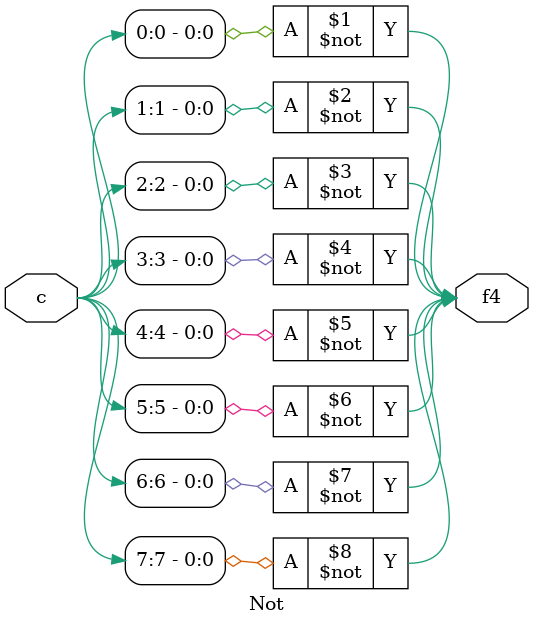
<source format=v>
module And(input [3:0]a,input [3:0]b,output f1);
assign f1=a[0]&b[0];
assign f1=a[1]&b[1];
assign f1=a[2]&b[2];
assign f1=a[3]&b[3];
endmodule

module Or(input [3:0]a,input [3:0]b,output f2);
assign f2=a[0]|b[0];
assign f2=a[1]|b[1];
assign f2=a[2]|b[2];
assign f2=a[3]|b[3];
endmodule

module Exor(input [3:0]a,input [3:0]b,output f3);
assign f3=a[0]^b[0];
assign f3=a[1]^b[1];
assign f3=a[2]^b[2];
assign f3=a[3]^b[3];

endmodule

module Not(input [7:0]c,output f4);
assign f4=~c[0];
assign f4=~c[1];
assign f4=~c[2];
assign f4=~c[3];
assign f4=~c[4];
assign f4=~c[5];
assign f4=~c[6];
assign f4=~c[7];

endmodule


</source>
